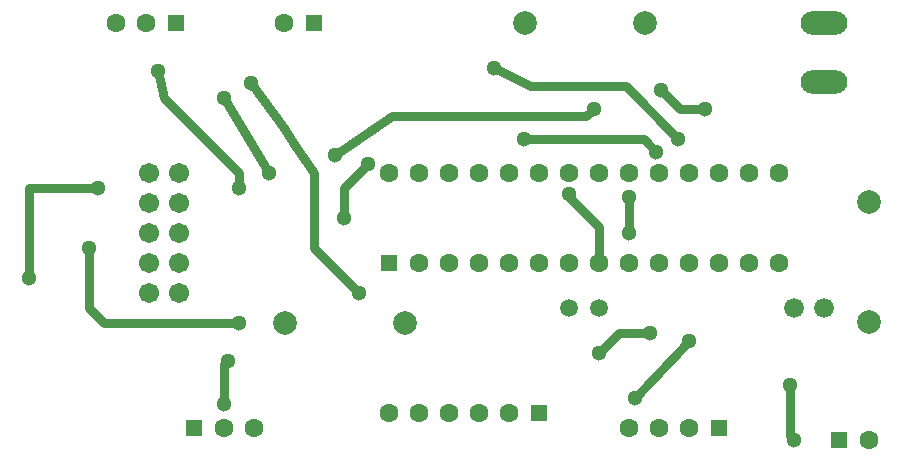
<source format=gtl>
%FSLAX46Y46*%
G04 Gerber Fmt 4.6, Leading zero omitted, Abs format (unit mm)*
G04 Created by KiCad (PCBNEW (2014-07-02 BZR 4969)-product) date sáb 05 jul 2014 16:40:05 ART*
%MOMM*%
G01*
G04 APERTURE LIST*
%ADD10C,0.100000*%
%ADD11C,1.501140*%
%ADD12C,1.676400*%
%ADD13C,1.597000*%
%ADD14R,1.397000X1.397000*%
%ADD15O,3.962400X1.981200*%
%ADD16C,1.706220*%
%ADD17C,1.998980*%
%ADD18C,1.300000*%
%ADD19C,0.800000*%
G04 APERTURE END LIST*
D10*
D11*
X148589999Y-132079999D03*
X146049999Y-132079999D03*
D12*
X165099999Y-132079999D03*
X167639999Y-132079999D03*
D13*
X133349999Y-128269999D03*
X135889999Y-128269999D03*
X138429999Y-128269999D03*
X140969999Y-128269999D03*
X143509999Y-128269999D03*
X146049999Y-128269999D03*
X148589999Y-128269999D03*
X151129999Y-128269999D03*
X153669999Y-128269999D03*
X156209999Y-128269999D03*
X158749999Y-128269999D03*
X161289999Y-128269999D03*
X163829999Y-128269999D03*
D14*
X130809999Y-128269999D03*
D13*
X163829999Y-120649999D03*
X161289999Y-120649999D03*
X158749999Y-120649999D03*
X156209999Y-120649999D03*
X153669999Y-120649999D03*
X151129999Y-120649999D03*
X148589999Y-120649999D03*
X146049999Y-120649999D03*
X143509999Y-120649999D03*
X140969999Y-120649999D03*
X138429999Y-120649999D03*
X135889999Y-120649999D03*
X133349999Y-120649999D03*
X130809999Y-120649999D03*
D14*
X112775999Y-107949999D03*
D13*
X110235999Y-107949999D03*
X107695999Y-107949999D03*
D14*
X114299999Y-142239999D03*
D13*
X116839999Y-142239999D03*
X119379999Y-142239999D03*
D15*
X167639999Y-107975399D03*
X167639999Y-112979199D03*
D16*
X113029999Y-130809999D03*
X110489999Y-130809999D03*
X113029999Y-128269999D03*
X110489999Y-128269999D03*
X113029999Y-125729999D03*
X110489999Y-125729999D03*
X113029999Y-123189999D03*
X110489999Y-123189999D03*
X113029999Y-120649999D03*
X110489999Y-120649999D03*
D14*
X158749999Y-142239999D03*
D13*
X156209999Y-142239999D03*
X153669999Y-142239999D03*
X151129999Y-142239999D03*
D14*
X124459999Y-107949999D03*
D13*
X121919999Y-107949999D03*
D14*
X143509999Y-140969999D03*
D13*
X140969999Y-140969999D03*
X138429999Y-140969999D03*
X135889999Y-140969999D03*
X133349999Y-140969999D03*
X130809999Y-140969999D03*
D17*
X171449999Y-133271259D03*
X171449999Y-123111259D03*
X142318739Y-107949999D03*
X152478739Y-107949999D03*
X121998739Y-133349999D03*
X132158739Y-133349999D03*
D14*
X168909999Y-143255999D03*
D13*
X171449999Y-143255999D03*
D18*
X146049999Y-122427999D03*
X106171999Y-121919999D03*
X100329999Y-129539999D03*
X148589999Y-135889999D03*
X152856899Y-134217099D03*
X151129999Y-122681999D03*
X151129999Y-125770299D03*
X116839999Y-140207999D03*
X117123399Y-136562999D03*
X151637999Y-139699999D03*
X156198599Y-134932599D03*
X165099999Y-143255999D03*
X164786299Y-138658399D03*
X126237999Y-119125999D03*
X148147399Y-115229399D03*
X153804799Y-113667299D03*
X157538299Y-115257999D03*
X139699999Y-111759999D03*
X155294099Y-117773299D03*
X142214099Y-117843699D03*
X153415999Y-118871999D03*
X116839999Y-114299999D03*
X120649999Y-120649999D03*
X129031999Y-119887999D03*
X105409999Y-126999999D03*
X118109999Y-133349999D03*
X126999999Y-124459999D03*
X128269999Y-130809999D03*
X119125999Y-113029999D03*
X118109999Y-121919999D03*
X111251999Y-112013999D03*
D19*
X146049999Y-122427999D02*
X146049999Y-122706499D01*
X105409999Y-121919999D02*
X100329999Y-121919999D01*
X106171999Y-121919999D02*
X105409999Y-121919999D01*
X100329999Y-121919999D02*
X100329999Y-129539999D01*
X152856899Y-134217099D02*
X150262899Y-134217099D01*
X150262899Y-134217099D02*
X148589999Y-135889999D01*
X148589999Y-125246499D02*
X148589999Y-128269999D01*
X146049999Y-122706499D02*
X148589999Y-125246499D01*
X151129999Y-125770299D02*
X151129999Y-122681999D01*
X116839999Y-140207999D02*
X116839999Y-136846399D01*
X116839999Y-136846399D02*
X117123399Y-136562999D01*
X151637999Y-139699999D02*
X156198599Y-134932599D01*
X164786299Y-142942299D02*
X164786299Y-138658399D01*
X165099999Y-143255999D02*
X164786299Y-142942299D01*
X155395499Y-115257999D02*
X157538299Y-115257999D01*
X153804799Y-113667299D02*
X155395499Y-115257999D01*
X147490999Y-115885799D02*
X148147399Y-115229399D01*
X131023899Y-115885799D02*
X147490999Y-115885799D01*
X126237999Y-119125999D02*
X131023899Y-115885799D01*
X139699999Y-111759999D02*
X142778999Y-113348899D01*
X142778999Y-113348899D02*
X150869699Y-113348899D01*
X150869699Y-113348899D02*
X155294099Y-117773299D01*
X151164999Y-117843699D02*
X142214099Y-117843699D01*
X152387699Y-117843699D02*
X151164999Y-117843699D01*
X153415999Y-118871999D02*
X152387699Y-117843699D01*
X153669999Y-120649999D02*
X153669999Y-120348699D01*
X116839999Y-114299999D02*
X120649999Y-120649999D01*
X126999999Y-121919999D02*
X126999999Y-124459999D01*
X129031999Y-119887999D02*
X126999999Y-121919999D01*
X106679999Y-133349999D02*
X105409999Y-132079999D01*
X105409999Y-132079999D02*
X105409999Y-128269999D01*
X105409999Y-128269999D02*
X105409999Y-126999999D01*
X118109999Y-133349999D02*
X106679999Y-133349999D01*
X110489999Y-128269999D02*
X110055299Y-128269999D01*
X121919999Y-116839999D02*
X122765529Y-118229328D01*
X122765529Y-118229328D02*
X124459999Y-120649999D01*
X124459999Y-120649999D02*
X124459999Y-126999999D01*
X124459999Y-126999999D02*
X128269999Y-130809999D01*
X119125999Y-113029999D02*
X121919999Y-116839999D01*
X118109999Y-121919999D02*
X118109999Y-120649999D01*
X118109999Y-120649999D02*
X111759999Y-114299999D01*
X111759999Y-114299999D02*
X111251999Y-112013999D01*
X113394799Y-125729999D02*
X113029999Y-125729999D01*
M02*

</source>
